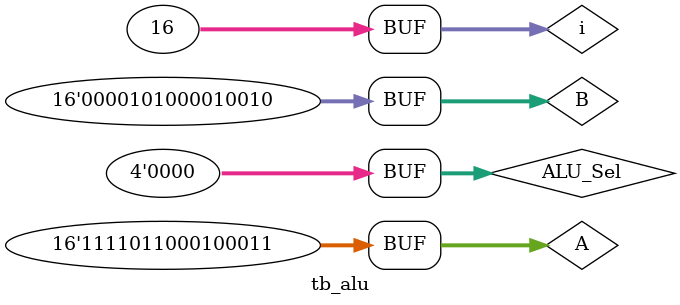
<source format=v>
`timescale 1ns / 1ps  

module tb_alu;
 reg[15:0] A,B;
 reg[3:0] ALU_Sel;

 wire[15:0] ALU_Out;
 wire CarryOut;

 integer i;
 alu test_unit(
            A,B,                 
            ALU_Sel,
            ALU_Out,
            CarryOut
     );

    initial begin
      A = 16'h0ABC;
      B = 16'h02BC;
      ALU_Sel = 4'h0;
      
      for (i=0;i<=15;i=i+1)
      begin
       ALU_Sel = ALU_Sel + 4'h1;
       #10;
      end
      
      A = 16'hF623;
      B = 16'h0A12;
      
    end
endmodule
</source>
